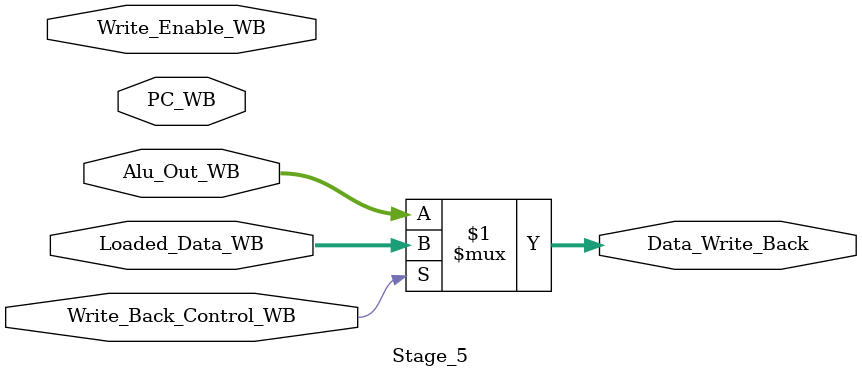
<source format=v>
`timescale 1ns / 1ps


module Stage_5(
input [31:0] Alu_Out_WB,		//Output of ALU
input [31:0] PC_WB,
input [31:0] Loaded_Data_WB,
input Write_Back_Control_WB,
input  Write_Enable_WB,
output [31:0] Data_Write_Back
);

assign Data_Write_Back = Write_Back_Control_WB?Loaded_Data_WB:Alu_Out_WB;
//assign Data_Write_Back = WriteBack_Control_WB[1]?(WriteBack_Control_WB[0]?Alu_Out_WB:Immediate_WB):(WriteBack_Control_WB[0]?Loaded_Data_WB:Alu_Out_WB);

/*always@(PC_WB)
begin
$display("\n Stage 5");
$display("Data_Write_Back: %0d",Data_Write_Back);
$display("Alu_Out_WB: %0d",Alu_Out_WB);
$display("PC_WB: %0b",PC_WB);
$display("Loaded_Data_WB: %0d",Loaded_Data_WB);
$display("WriteBack_Control_WB: %b",WriteBack_Control_WB );
$display("Write_Enable_WB: %b",Write_Enable_WB );
end*/
endmodule



</source>
